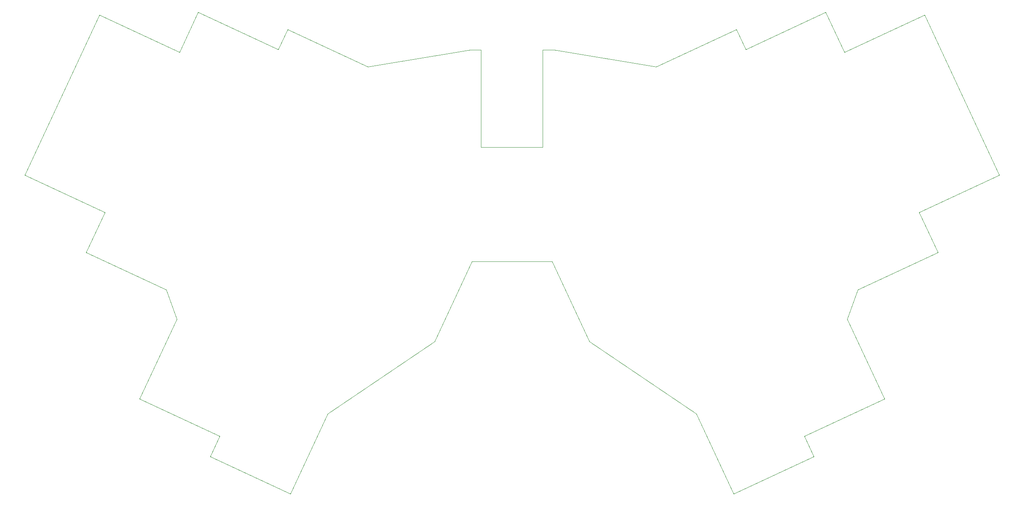
<source format=gm1>
G04 #@! TF.GenerationSoftware,KiCad,Pcbnew,7.0.1*
G04 #@! TF.CreationDate,2024-05-26T16:47:26-04:00*
G04 #@! TF.ProjectId,30,33302e6b-6963-4616-945f-706362585858,rev?*
G04 #@! TF.SameCoordinates,Original*
G04 #@! TF.FileFunction,Profile,NP*
%FSLAX46Y46*%
G04 Gerber Fmt 4.6, Leading zero omitted, Abs format (unit mm)*
G04 Created by KiCad (PCBNEW 7.0.1) date 2024-05-26 16:47:26*
%MOMM*%
%LPD*%
G01*
G04 APERTURE LIST*
G04 #@! TA.AperFunction,Profile*
%ADD10C,0.100000*%
G04 #@! TD*
G04 APERTURE END LIST*
D10*
X50510000Y-33690000D02*
X33250000Y-25610000D01*
X54540000Y-25050000D02*
X50510000Y-33690000D01*
X71810000Y-33100000D02*
X54540000Y-25050000D01*
X73820000Y-28780000D02*
X71810000Y-33100000D01*
X91080000Y-36830000D02*
X73820000Y-28780000D01*
X113180000Y-33210000D02*
X91080000Y-36830000D01*
X115500000Y-33200000D02*
X113180000Y-33210000D01*
X115500000Y-54150000D02*
X115500000Y-33200000D01*
X128760000Y-54160000D02*
X115500000Y-54150000D01*
X128770000Y-33220000D02*
X128760000Y-54160000D01*
X131190000Y-33200000D02*
X128770000Y-33220000D01*
X153220000Y-36840000D02*
X131190000Y-33200000D01*
X170490000Y-28790000D02*
X153220000Y-36840000D01*
X172510000Y-33100000D02*
X170490000Y-28790000D01*
X189770000Y-25060000D02*
X172510000Y-33100000D01*
X193800000Y-33680000D02*
X189770000Y-25060000D01*
X211060000Y-25630000D02*
X193800000Y-33680000D01*
X227160000Y-60160000D02*
X211060000Y-25630000D01*
X209900000Y-68210000D02*
X227160000Y-60160000D01*
X213920000Y-76850000D02*
X209900000Y-68210000D01*
X196660000Y-84890000D02*
X213920000Y-76850000D01*
X194350000Y-91230000D02*
X196660000Y-84890000D01*
X202400000Y-108490000D02*
X194350000Y-91230000D01*
X185130000Y-116540000D02*
X202400000Y-108490000D01*
X187150000Y-120860000D02*
X185130000Y-116540000D01*
X169880000Y-128910000D02*
X187150000Y-120860000D01*
X161840000Y-111660000D02*
X169880000Y-128910000D01*
X138820000Y-96110000D02*
X161840000Y-111660000D01*
X130770000Y-78830000D02*
X138820000Y-96110000D01*
X113540000Y-78830000D02*
X130770000Y-78830000D01*
X105480000Y-96100000D02*
X113540000Y-78830000D01*
X82470000Y-111650000D02*
X105480000Y-96100000D01*
X74420000Y-128920000D02*
X82470000Y-111650000D01*
X57160000Y-120860000D02*
X74420000Y-128920000D01*
X59170000Y-116540000D02*
X57160000Y-120860000D01*
X41910000Y-108490000D02*
X59170000Y-116540000D01*
X49950000Y-91230000D02*
X41910000Y-108490000D01*
X47660000Y-84900000D02*
X49950000Y-91230000D01*
X30390000Y-76850000D02*
X47660000Y-84900000D01*
X34420000Y-68220000D02*
X30390000Y-76850000D01*
X17150000Y-60160000D02*
X34420000Y-68220000D01*
X33250000Y-25610000D02*
X17150000Y-60160000D01*
M02*

</source>
